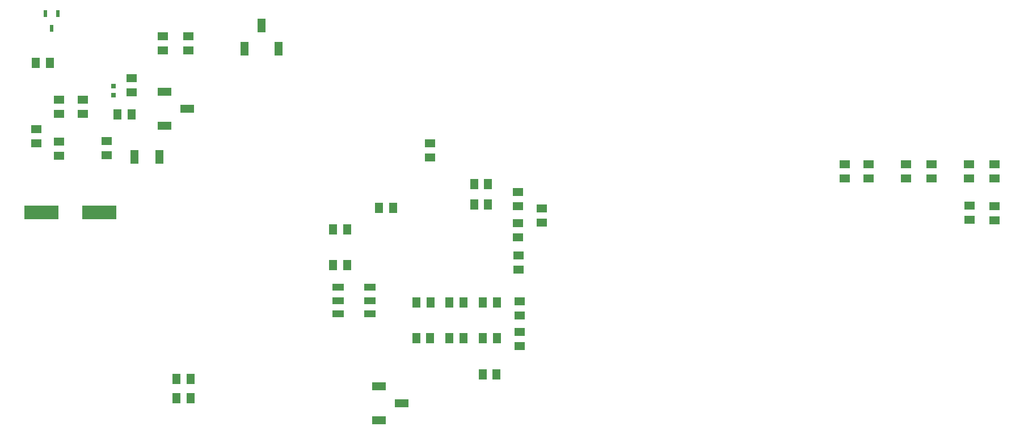
<source format=gbr>
G04*
G04 #@! TF.GenerationSoftware,Altium Limited,Altium Designer,22.4.2 (48)*
G04*
G04 Layer_Color=8421504*
%FSLAX24Y24*%
%MOIN*%
G70*
G04*
G04 #@! TF.SameCoordinates,A9630A7D-A4A5-49CB-BB12-AA859E33B044*
G04*
G04*
G04 #@! TF.FilePolarity,Positive*
G04*
G01*
G75*
%ADD16R,0.0594X0.0475*%
%ADD17R,0.0236X0.0413*%
%ADD18R,0.0276X0.0256*%
%ADD19R,0.0799X0.0500*%
%ADD20R,0.0475X0.0594*%
%ADD21R,0.0492X0.0787*%
%ADD22R,0.2008X0.0846*%
%ADD23R,0.0650X0.0394*%
%ADD24R,0.0500X0.0799*%
D16*
X70950Y25886D02*
D03*
Y26714D02*
D03*
X74550Y25900D02*
D03*
Y26727D02*
D03*
X78250Y25886D02*
D03*
Y26714D02*
D03*
X79750Y24264D02*
D03*
Y23436D02*
D03*
X53150Y24114D02*
D03*
Y23286D02*
D03*
X29050Y31777D02*
D03*
Y30950D02*
D03*
X30900Y34264D02*
D03*
Y33436D02*
D03*
X32400Y34264D02*
D03*
Y33436D02*
D03*
X24800Y29700D02*
D03*
Y30527D02*
D03*
Y27223D02*
D03*
Y28050D02*
D03*
X27600Y28077D02*
D03*
Y27250D02*
D03*
X26200Y29700D02*
D03*
Y30527D02*
D03*
X23450Y27956D02*
D03*
Y28784D02*
D03*
X51850Y16850D02*
D03*
Y16023D02*
D03*
Y18664D02*
D03*
Y17836D02*
D03*
X51750Y25100D02*
D03*
Y24273D02*
D03*
Y23250D02*
D03*
Y22423D02*
D03*
X51800Y20523D02*
D03*
Y21350D02*
D03*
X78300Y24277D02*
D03*
Y23450D02*
D03*
X79750Y26714D02*
D03*
Y25886D02*
D03*
X72350Y26714D02*
D03*
Y25886D02*
D03*
X76050Y26714D02*
D03*
Y25886D02*
D03*
X46600Y27136D02*
D03*
Y27964D02*
D03*
D17*
X24724Y35583D02*
D03*
X23976D02*
D03*
X24350Y34717D02*
D03*
D18*
X28000Y30800D02*
D03*
Y31332D02*
D03*
D19*
X30975Y29000D02*
D03*
X32325Y30000D02*
D03*
X30975Y31000D02*
D03*
X43575Y13650D02*
D03*
X44925Y12650D02*
D03*
X43575Y11650D02*
D03*
D20*
X24264Y32700D02*
D03*
X23436D02*
D03*
X29064Y29650D02*
D03*
X28236D02*
D03*
X49673Y14350D02*
D03*
X50500D02*
D03*
X45773Y16500D02*
D03*
X46600D02*
D03*
X49173Y25550D02*
D03*
X50000D02*
D03*
X50527Y16500D02*
D03*
X49700D02*
D03*
X50000Y24350D02*
D03*
X49173D02*
D03*
X47723Y18600D02*
D03*
X48550D02*
D03*
X49686D02*
D03*
X50514D02*
D03*
X46614D02*
D03*
X45786D02*
D03*
X47736Y16500D02*
D03*
X48564D02*
D03*
X31686Y14100D02*
D03*
X32514D02*
D03*
X31700Y12950D02*
D03*
X32527D02*
D03*
X43586Y24150D02*
D03*
X44414D02*
D03*
X40900Y20800D02*
D03*
X41727D02*
D03*
Y22900D02*
D03*
X40900D02*
D03*
D21*
X30688Y27150D02*
D03*
X29212D02*
D03*
D22*
X27143Y23900D02*
D03*
X23757D02*
D03*
D23*
X41180Y19487D02*
D03*
X43050D02*
D03*
X41180Y18700D02*
D03*
X43050D02*
D03*
X41180Y17913D02*
D03*
X43050D02*
D03*
D24*
X37700Y33525D02*
D03*
X36700Y34875D02*
D03*
X35700Y33525D02*
D03*
M02*

</source>
